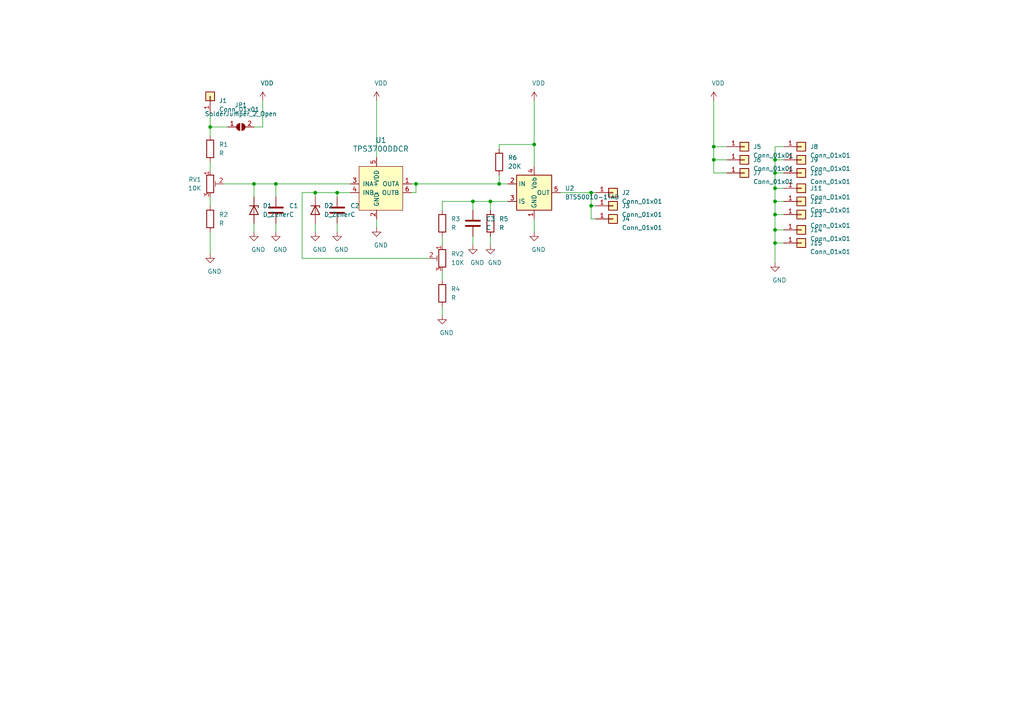
<source format=kicad_sch>
(kicad_sch (version 20210126) (generator eeschema)
  (paper "A4")
  (lib_symbols
    (symbol "Connector_Generic:Conn_01x01" (pin_names (offset 1.016) hide)
      (property "Reference" "J" (at 0 2.54 0))
      (property "Value" "Conn_01x01" (at 0 -2.54 0))
      (symbol "Conn_01x01_1_1"
        (rectangle (start -1.27 0.127) (end 0 -0.127) (stroke (width 0.1524)))
        (rectangle (start -1.27 1.27) (end 1.27 -1.27) (stroke (width 0.254)) (fill (type background)))
        (pin passive line (at -5.08 0 0) (length 3.81) (name "Pin_1") (number "1"))
      )
    )
    (symbol "Device:C" (pin_numbers hide) (pin_names (offset 0.254))
      (property "Reference" "C" (at 0.635 2.54 0))
      (property "Value" "C" (at 0.635 -2.54 0))
      (symbol "C_0_1"
        (polyline (pts (xy -2.032 -0.762) (xy 2.032 -0.762)) (stroke (width 0.508)))
        (polyline (pts (xy -2.032 0.762) (xy 2.032 0.762)) (stroke (width 0.508)))
      )
      (symbol "C_1_1"
        (pin passive line (at 0 3.81 270) (length 2.794) (name "~") (number "1"))
        (pin passive line (at 0 -3.81 90) (length 2.794) (name "~") (number "2"))
      )
    )
    (symbol "Device:D_Zener" (pin_numbers hide) (pin_names (offset 1.016) hide)
      (property "Reference" "D" (at 0 2.54 0))
      (property "Value" "D_Zener" (at 0 -2.54 0))
      (symbol "D_Zener_0_1"
        (polyline (pts (xy 1.27 0) (xy -1.27 0)))
        (polyline (pts (xy -1.27 -1.27) (xy -1.27 1.27) (xy -0.762 1.27)) (stroke (width 0.254)))
        (polyline (pts (xy 1.27 -1.27) (xy 1.27 1.27) (xy -1.27 0) (xy 1.27 -1.27)) (stroke (width 0.254)))
      )
      (symbol "D_Zener_1_1"
        (pin passive line (at -3.81 0 0) (length 2.54) (name "K") (number "1"))
        (pin passive line (at 3.81 0 180) (length 2.54) (name "A") (number "2"))
      )
    )
    (symbol "Device:R" (pin_numbers hide) (pin_names (offset 0))
      (property "Reference" "R" (at 2.032 0 90))
      (property "Value" "R" (at 0 0 90))
      (symbol "R_0_1"
        (rectangle (start -1.016 -2.54) (end 1.016 2.54) (stroke (width 0.254)))
      )
      (symbol "R_1_1"
        (pin passive line (at 0 3.81 270) (length 1.27) (name "~") (number "1"))
        (pin passive line (at 0 -3.81 90) (length 1.27) (name "~") (number "2"))
      )
    )
    (symbol "Device:R_Potentiometer_Trim" (pin_names (offset 1.016) hide)
      (property "Reference" "RV" (at -4.445 0 90))
      (property "Value" "R_Potentiometer_Trim" (at -2.54 0 90))
      (symbol "R_Potentiometer_Trim_0_1"
        (rectangle (start 1.016 2.54) (end -1.016 -2.54) (stroke (width 0.254)))
        (polyline (pts (xy 1.524 0.762) (xy 1.524 -0.762)))
        (polyline (pts (xy 2.54 0) (xy 1.524 0)))
      )
      (symbol "R_Potentiometer_Trim_1_1"
        (pin passive line (at 0 3.81 270) (length 1.27) (name "1") (number "1"))
        (pin passive line (at 3.81 0 180) (length 1.27) (name "2") (number "2"))
        (pin passive line (at 0 -3.81 90) (length 1.27) (name "3") (number "3"))
      )
    )
    (symbol "Jumper:SolderJumper_2_Open" (pin_names (offset 0) hide)
      (property "Reference" "JP" (at 0 2.032 0))
      (property "Value" "SolderJumper_2_Open" (at 0 -2.54 0))
      (symbol "SolderJumper_2_Open_0_1"
        (arc (start -0.254 1.016) (end -0.254 -1.016) (radius (at -0.254 0) (length 1.016) (angles 90.1 -90.1)))
        (arc (start -0.254 1.016) (end -0.254 -1.016) (radius (at -0.254 0) (length 1.016) (angles 90.1 -90.1)) (fill (type outline)))
        (arc (start 0.254 -1.016) (end 0.254 1.016) (radius (at 0.254 0) (length 1.016) (angles -89.9 89.9)))
        (arc (start 0.254 -1.016) (end 0.254 1.016) (radius (at 0.254 0) (length 1.016) (angles -89.9 89.9)) (fill (type outline)))
        (polyline (pts (xy -0.254 1.016) (xy -0.254 -1.016)))
        (polyline (pts (xy 0.254 1.016) (xy 0.254 -1.016)))
      )
      (symbol "SolderJumper_2_Open_1_1"
        (pin passive line (at -3.81 0 0) (length 2.54) (name "A") (number "1"))
        (pin passive line (at 3.81 0 180) (length 2.54) (name "B") (number "2"))
      )
    )
    (symbol "Power_Management:BTS50010-1TAD"
      (property "Reference" "U" (at -5.08 6.35 0))
      (property "Value" "BTS50010-1TAD" (at 8.89 6.35 0))
      (symbol "BTS50010-1TAD_0_1"
        (rectangle (start -5.08 5.08) (end 5.08 -5.08) (stroke (width 0.254)) (fill (type background)))
      )
      (symbol "BTS50010-1TAD_1_1"
        (pin power_in line (at 0 -7.62 90) (length 2.54) (name "GND") (number "1"))
        (pin input line (at -7.62 2.54 0) (length 2.54) (name "IN") (number "2"))
        (pin output line (at -7.62 -2.54 0) (length 2.54) (name "IS") (number "3"))
        (pin power_in line (at 0 7.62 270) (length 2.54) (name "Vbb") (number "4"))
        (pin passive line (at 7.62 0 180) (length 2.54) (name "OUT") (number "5"))
        (pin passive line (at 7.62 0 180) (length 2.54) hide (name "OUT") (number "6"))
        (pin passive line (at 7.62 0 180) (length 2.54) hide (name "OUT") (number "7"))
      )
    )
    (symbol "dk_Linear-Comparators:TPS3700DDCR" (pin_names (offset 1.016))
      (property "Reference" "U" (at -6.35 3.81 0))
      (property "Value" "TPS3700DDCR" (at 0 -12.7 0))
      (symbol "TPS3700DDCR_0_1"
        (rectangle (start -7.62 2.54) (end 5.08 -10.16) (fill (type background)))
      )
      (symbol "TPS3700DDCR_1_1"
        (pin output line (at 7.62 -2.54 180) (length 2.54) (name "OUTA") (number "1"))
        (pin power_in line (at -2.54 -12.7 90) (length 2.54) (name "GND") (number "2"))
        (pin input line (at -10.16 -2.54 0) (length 2.54) (name "INA+") (number "3"))
        (pin input line (at -10.16 -5.08 0) (length 2.54) (name "INB-") (number "4"))
        (pin power_in line (at -2.54 5.08 270) (length 2.54) (name "VDD") (number "5"))
        (pin output line (at 7.62 -5.08 180) (length 2.54) (name "OUTB") (number "6"))
      )
    )
    (symbol "power:GND" (power) (pin_names (offset 0))
      (property "Value" "GND" (at 0 -3.81 0))
      (symbol "GND_0_1"
        (polyline (pts (xy 0 0) (xy 0 -1.27) (xy 1.27 -1.27) (xy 0 -2.54) (xy -1.27 -1.27) (xy 0 -1.27)))
      )
      (symbol "GND_1_1"
        (pin power_in line (at 0 0 270) (length 0) hide (name "GND") (number "1"))
      )
    )
    (symbol "power:VDD" (power) (pin_names (offset 0))
      (property "Value" "VDD" (at 0 3.81 0))
      (symbol "VDD_0_1"
        (polyline (pts (xy -0.762 1.27) (xy 0 2.54)))
        (polyline (pts (xy 0 0) (xy 0 2.54)))
        (polyline (pts (xy 0 2.54) (xy 0.762 1.27)))
      )
      (symbol "VDD_1_1"
        (pin power_in line (at 0 0 90) (length 0) hide (name "VDD") (number "1"))
      )
    )
  )
  (junction (at 60.96 36.83) (diameter 0.9144))
  (junction (at 73.66 53.34) (diameter 0.9144))
  (junction (at 80.01 53.34) (diameter 0.9144))
  (junction (at 91.44 55.88) (diameter 0.9144))
  (junction (at 97.79 55.88) (diameter 0.9144))
  (junction (at 120.65 53.34) (diameter 0.9144))
  (junction (at 137.16 58.42) (diameter 0.9144))
  (junction (at 142.24 58.42) (diameter 0.9144))
  (junction (at 144.78 53.34) (diameter 0.9144))
  (junction (at 154.94 41.91) (diameter 0.9144))
  (junction (at 171.45 55.88) (diameter 0.9144))
  (junction (at 171.45 59.69) (diameter 0.9144))
  (junction (at 207.01 42.545) (diameter 0.9144))
  (junction (at 207.01 46.355) (diameter 0.9144))
  (junction (at 224.79 46.355) (diameter 0.9144))
  (junction (at 224.79 50.165) (diameter 0.9144))
  (junction (at 224.79 54.61) (diameter 0.9144))
  (junction (at 224.79 58.42) (diameter 0.9144))
  (junction (at 224.79 62.23) (diameter 0.9144))
  (junction (at 224.79 66.675) (diameter 0.9144))
  (junction (at 224.79 70.485) (diameter 0.9144))
  (wire (pts (xy 60.96 33.02) (xy 60.96 36.83)))
  (wire (pts (xy 60.96 36.83) (xy 60.96 39.37)))
  (wire (pts (xy 60.96 36.83) (xy 66.04 36.83)))
  (wire (pts (xy 60.96 46.99) (xy 60.96 49.53)))
  (wire (pts (xy 60.96 57.15) (xy 60.96 59.69)))
  (wire (pts (xy 60.96 67.31) (xy 60.96 73.66)))
  (wire (pts (xy 64.77 53.34) (xy 73.66 53.34)))
  (wire (pts (xy 73.66 53.34) (xy 73.66 57.15)))
  (wire (pts (xy 73.66 64.77) (xy 73.66 67.31)))
  (wire (pts (xy 76.2 29.21) (xy 76.2 36.83)))
  (wire (pts (xy 76.2 36.83) (xy 73.66 36.83)))
  (wire (pts (xy 80.01 53.34) (xy 73.66 53.34)))
  (wire (pts (xy 80.01 53.34) (xy 80.01 57.15)))
  (wire (pts (xy 80.01 53.34) (xy 101.6 53.34)))
  (wire (pts (xy 80.01 64.77) (xy 80.01 67.31)))
  (wire (pts (xy 87.63 55.88) (xy 87.63 74.93)))
  (wire (pts (xy 87.63 74.93) (xy 124.46 74.93)))
  (wire (pts (xy 91.44 55.88) (xy 87.63 55.88)))
  (wire (pts (xy 91.44 55.88) (xy 91.44 57.15)))
  (wire (pts (xy 91.44 64.77) (xy 91.44 67.31)))
  (wire (pts (xy 97.79 55.88) (xy 91.44 55.88)))
  (wire (pts (xy 97.79 55.88) (xy 97.79 57.15)))
  (wire (pts (xy 97.79 64.77) (xy 97.79 67.31)))
  (wire (pts (xy 101.6 55.88) (xy 97.79 55.88)))
  (wire (pts (xy 109.22 29.21) (xy 109.22 45.72)))
  (wire (pts (xy 109.22 63.5) (xy 109.22 66.04)))
  (wire (pts (xy 119.38 53.34) (xy 120.65 53.34)))
  (wire (pts (xy 119.38 55.88) (xy 120.65 55.88)))
  (wire (pts (xy 120.65 53.34) (xy 144.78 53.34)))
  (wire (pts (xy 120.65 55.88) (xy 120.65 53.34)))
  (wire (pts (xy 128.27 58.42) (xy 137.16 58.42)))
  (wire (pts (xy 128.27 60.96) (xy 128.27 58.42)))
  (wire (pts (xy 128.27 68.58) (xy 128.27 71.12)))
  (wire (pts (xy 128.27 78.74) (xy 128.27 81.28)))
  (wire (pts (xy 128.27 88.9) (xy 128.27 91.44)))
  (wire (pts (xy 137.16 60.96) (xy 137.16 58.42)))
  (wire (pts (xy 137.16 68.58) (xy 137.16 71.12)))
  (wire (pts (xy 142.24 58.42) (xy 137.16 58.42)))
  (wire (pts (xy 142.24 58.42) (xy 142.24 60.96)))
  (wire (pts (xy 142.24 68.58) (xy 142.24 71.12)))
  (wire (pts (xy 144.78 41.91) (xy 154.94 41.91)))
  (wire (pts (xy 144.78 43.18) (xy 144.78 41.91)))
  (wire (pts (xy 144.78 53.34) (xy 144.78 50.8)))
  (wire (pts (xy 147.32 53.34) (xy 144.78 53.34)))
  (wire (pts (xy 147.32 58.42) (xy 142.24 58.42)))
  (wire (pts (xy 154.94 29.21) (xy 154.94 41.91)))
  (wire (pts (xy 154.94 41.91) (xy 154.94 48.26)))
  (wire (pts (xy 154.94 63.5) (xy 154.94 67.31)))
  (wire (pts (xy 162.56 55.88) (xy 171.45 55.88)))
  (wire (pts (xy 171.45 55.88) (xy 172.72 55.88)))
  (wire (pts (xy 171.45 59.69) (xy 171.45 55.88)))
  (wire (pts (xy 171.45 63.5) (xy 171.45 59.69)))
  (wire (pts (xy 172.72 59.69) (xy 171.45 59.69)))
  (wire (pts (xy 172.72 63.5) (xy 171.45 63.5)))
  (wire (pts (xy 207.01 29.21) (xy 207.01 42.545)))
  (wire (pts (xy 207.01 42.545) (xy 210.82 42.545)))
  (wire (pts (xy 207.01 46.355) (xy 207.01 42.545)))
  (wire (pts (xy 207.01 46.355) (xy 207.01 50.165)))
  (wire (pts (xy 210.82 46.355) (xy 207.01 46.355)))
  (wire (pts (xy 210.82 50.165) (xy 207.01 50.165)))
  (wire (pts (xy 224.79 42.545) (xy 224.79 46.355)))
  (wire (pts (xy 224.79 46.355) (xy 227.33 46.355)))
  (wire (pts (xy 224.79 50.165) (xy 224.79 46.355)))
  (wire (pts (xy 224.79 50.165) (xy 224.79 54.61)))
  (wire (pts (xy 224.79 50.165) (xy 227.33 50.165)))
  (wire (pts (xy 224.79 54.61) (xy 224.79 58.42)))
  (wire (pts (xy 224.79 58.42) (xy 224.79 62.23)))
  (wire (pts (xy 224.79 62.23) (xy 224.79 66.675)))
  (wire (pts (xy 224.79 66.675) (xy 224.79 70.485)))
  (wire (pts (xy 224.79 70.485) (xy 224.79 76.2)))
  (wire (pts (xy 224.79 70.485) (xy 227.33 70.485)))
  (wire (pts (xy 227.33 42.545) (xy 224.79 42.545)))
  (wire (pts (xy 227.33 54.61) (xy 224.79 54.61)))
  (wire (pts (xy 227.33 58.42) (xy 224.79 58.42)))
  (wire (pts (xy 227.33 62.23) (xy 224.79 62.23)))
  (wire (pts (xy 227.33 66.675) (xy 224.79 66.675)))
  (symbol (lib_id "power:VDD") (at 76.2 29.21 0) (unit 1)
    (property "Reference" "#PWR03" (effects hide))
    (property "Value" "VDD" (at 77.47 24.13 0))
  )
  (symbol (lib_id "power:VDD") (at 109.22 29.21 0) (unit 1)
    (property "Reference" "#PWR07" (effects hide))
    (property "Value" "VDD" (at 110.49 24.13 0))
  )
  (symbol (lib_id "power:VDD") (at 154.94 29.21 0) (unit 1)
    (property "Reference" "#PWR012" (effects hide))
    (property "Value" "VDD" (at 156.21 24.13 0))
  )
  (symbol (lib_id "power:VDD") (at 207.01 29.21 0) (unit 1)
    (property "Reference" "#PWR014" (effects hide))
    (property "Value" "VDD" (at 208.28 24.13 0))
  )
  (symbol (lib_id "power:GND") (at 60.96 73.66 0) (unit 1)
    (property "Reference" "#PWR01" (effects hide))
    (property "Value" "GND" (at 62.23 78.74 0))
  )
  (symbol (lib_id "power:GND") (at 73.66 67.31 0) (unit 1)
    (property "Reference" "#PWR02" (effects hide))
    (property "Value" "GND" (at 74.93 72.39 0))
  )
  (symbol (lib_id "power:GND") (at 80.01 67.31 0) (unit 1)
    (property "Reference" "#PWR04" (effects hide))
    (property "Value" "GND" (at 81.28 72.39 0))
  )
  (symbol (lib_id "power:GND") (at 91.44 67.31 0) (unit 1)
    (property "Reference" "#PWR05" (effects hide))
    (property "Value" "GND" (at 92.71 72.39 0))
  )
  (symbol (lib_id "power:GND") (at 97.79 67.31 0) (unit 1)
    (property "Reference" "#PWR06" (effects hide))
    (property "Value" "GND" (at 99.06 72.39 0))
  )
  (symbol (lib_id "power:GND") (at 109.22 66.04 0) (unit 1)
    (property "Reference" "#PWR08" (effects hide))
    (property "Value" "GND" (at 110.49 71.12 0))
  )
  (symbol (lib_id "power:GND") (at 128.27 91.44 0) (unit 1)
    (property "Reference" "#PWR09" (effects hide))
    (property "Value" "GND" (at 129.54 96.52 0))
  )
  (symbol (lib_id "power:GND") (at 137.16 71.12 0) (unit 1)
    (property "Reference" "#PWR010" (effects hide))
    (property "Value" "GND" (at 138.43 76.2 0))
  )
  (symbol (lib_id "power:GND") (at 142.24 71.12 0) (unit 1)
    (property "Reference" "#PWR011" (effects hide))
    (property "Value" "GND" (at 143.51 76.2 0))
  )
  (symbol (lib_id "power:GND") (at 154.94 67.31 0) (unit 1)
    (property "Reference" "#PWR013" (effects hide))
    (property "Value" "GND" (at 156.21 72.39 0))
  )
  (symbol (lib_id "power:GND") (at 224.79 76.2 0) (unit 1)
    (property "Reference" "#PWR015" (effects hide))
    (property "Value" "GND" (at 226.06 81.28 0))
  )
  (symbol (lib_id "Device:R") (at 60.96 43.18 0) (unit 1)
    (property "Reference" "R1" (at 63.5 41.91 0) (effects (justify left)))
    (property "Value" "R" (at 63.5 44.45 0) (effects (justify left)))
    (property "Footprint" "Resistor_SMD:R_0805_2012Metric_Pad1.20x1.40mm_HandSolder" (effects hide))
  )
  (symbol (lib_id "Device:R") (at 60.96 63.5 0) (unit 1)
    (property "Reference" "R2" (at 63.5 62.23 0) (effects (justify left)))
    (property "Value" "R" (at 63.5 64.77 0) (effects (justify left)))
    (property "Footprint" "Resistor_SMD:R_0805_2012Metric_Pad1.20x1.40mm_HandSolder" (effects hide))
  )
  (symbol (lib_id "Device:R") (at 128.27 64.77 0) (unit 1)
    (property "Reference" "R3" (at 130.81 63.5 0) (effects (justify left)))
    (property "Value" "R" (at 130.81 66.04 0) (effects (justify left)))
    (property "Footprint" "Resistor_SMD:R_0805_2012Metric_Pad1.20x1.40mm_HandSolder" (effects hide))
  )
  (symbol (lib_id "Device:R") (at 128.27 85.09 0) (unit 1)
    (property "Reference" "R4" (at 130.81 83.82 0) (effects (justify left)))
    (property "Value" "R" (at 130.81 86.36 0) (effects (justify left)))
    (property "Footprint" "Resistor_SMD:R_0805_2012Metric_Pad1.20x1.40mm_HandSolder" (effects hide))
  )
  (symbol (lib_id "Device:R") (at 142.24 64.77 0) (unit 1)
    (property "Reference" "R5" (at 144.78 63.5 0) (effects (justify left)))
    (property "Value" "R" (at 144.78 66.04 0) (effects (justify left)))
    (property "Footprint" "Resistor_SMD:R_0805_2012Metric_Pad1.20x1.40mm_HandSolder" (effects hide))
  )
  (symbol (lib_id "Device:R") (at 144.78 46.99 0) (unit 1)
    (property "Reference" "R6" (at 147.32 45.72 0) (effects (justify left)))
    (property "Value" "20K" (at 147.32 48.26 0) (effects (justify left)))
    (property "Footprint" "Resistor_SMD:R_0805_2012Metric_Pad1.20x1.40mm_HandSolder" (effects hide))
  )
  (symbol (lib_id "Connector_Generic:Conn_01x01") (at 60.96 27.94 90) (unit 1)
    (property "Reference" "J1" (at 63.5 29.21 90) (effects (justify right)))
    (property "Value" "Conn_01x01" (at 63.5 31.75 90) (effects (justify right)))
    (property "Footprint" "Connector_Wire:SolderWire-2.5sqmm_1x01_D2.4mm_OD4.4mm" (effects hide))
  )
  (symbol (lib_id "Connector_Generic:Conn_01x01") (at 177.8 55.88 0) (unit 1)
    (property "Reference" "J2" (at 180.34 55.88 0) (effects (justify left)))
    (property "Value" "Conn_01x01" (at 180.34 58.42 0) (effects (justify left)))
    (property "Footprint" "Connector_Wire:SolderWire-2.5sqmm_1x01_D2.4mm_OD4.4mm" (effects hide))
  )
  (symbol (lib_id "Connector_Generic:Conn_01x01") (at 177.8 59.69 0) (unit 1)
    (property "Reference" "J3" (at 180.34 59.69 0) (effects (justify left)))
    (property "Value" "Conn_01x01" (at 180.34 62.23 0) (effects (justify left)))
    (property "Footprint" "Connector_Wire:SolderWire-2.5sqmm_1x01_D2.4mm_OD4.4mm" (effects hide))
  )
  (symbol (lib_id "Connector_Generic:Conn_01x01") (at 177.8 63.5 0) (unit 1)
    (property "Reference" "J4" (at 180.34 63.5 0) (effects (justify left)))
    (property "Value" "Conn_01x01" (at 180.34 66.04 0) (effects (justify left)))
    (property "Footprint" "Connector_Wire:SolderWire-2.5sqmm_1x01_D2.4mm_OD4.4mm" (effects hide))
  )
  (symbol (lib_id "Connector_Generic:Conn_01x01") (at 215.9 42.545 0) (unit 1)
    (property "Reference" "J5" (at 218.44 42.545 0) (effects (justify left)))
    (property "Value" "Conn_01x01" (at 218.44 45.085 0) (effects (justify left)))
    (property "Footprint" "Connector_Wire:SolderWire-2.5sqmm_1x01_D2.4mm_OD4.4mm" (effects hide))
  )
  (symbol (lib_id "Connector_Generic:Conn_01x01") (at 215.9 46.355 0) (unit 1)
    (property "Reference" "J6" (at 218.44 46.355 0) (effects (justify left)))
    (property "Value" "Conn_01x01" (at 218.44 48.895 0) (effects (justify left)))
    (property "Footprint" "Connector_Wire:SolderWire-2.5sqmm_1x01_D2.4mm_OD4.4mm" (effects hide))
  )
  (symbol (lib_id "Connector_Generic:Conn_01x01") (at 215.9 50.165 0) (unit 1)
    (property "Reference" "J7" (at 218.44 50.165 0) (effects (justify left)))
    (property "Value" "Conn_01x01" (at 218.44 52.705 0) (effects (justify left)))
    (property "Footprint" "Connector_Wire:SolderWire-2.5sqmm_1x01_D2.4mm_OD4.4mm" (effects hide))
  )
  (symbol (lib_id "Connector_Generic:Conn_01x01") (at 232.41 42.545 0) (unit 1)
    (property "Reference" "J8" (at 234.95 42.545 0) (effects (justify left)))
    (property "Value" "Conn_01x01" (at 234.95 45.085 0) (effects (justify left)))
    (property "Footprint" "Connector_Wire:SolderWire-2.5sqmm_1x01_D2.4mm_OD4.4mm" (effects hide))
  )
  (symbol (lib_id "Connector_Generic:Conn_01x01") (at 232.41 46.355 0) (unit 1)
    (property "Reference" "J9" (at 234.95 46.355 0) (effects (justify left)))
    (property "Value" "Conn_01x01" (at 234.95 48.895 0) (effects (justify left)))
    (property "Footprint" "Connector_Wire:SolderWire-2.5sqmm_1x01_D2.4mm_OD4.4mm" (effects hide))
  )
  (symbol (lib_id "Connector_Generic:Conn_01x01") (at 232.41 50.165 0) (unit 1)
    (property "Reference" "J10" (at 234.95 50.165 0) (effects (justify left)))
    (property "Value" "Conn_01x01" (at 234.95 52.705 0) (effects (justify left)))
    (property "Footprint" "Connector_Wire:SolderWire-2.5sqmm_1x01_D2.4mm_OD4.4mm" (effects hide))
  )
  (symbol (lib_id "Connector_Generic:Conn_01x01") (at 232.41 54.61 0) (unit 1)
    (property "Reference" "J11" (at 234.95 54.61 0) (effects (justify left)))
    (property "Value" "Conn_01x01" (at 234.95 57.15 0) (effects (justify left)))
    (property "Footprint" "Connector_Wire:SolderWire-2.5sqmm_1x01_D2.4mm_OD4.4mm" (effects hide))
  )
  (symbol (lib_id "Connector_Generic:Conn_01x01") (at 232.41 58.42 0) (unit 1)
    (property "Reference" "J12" (at 234.95 58.42 0) (effects (justify left)))
    (property "Value" "Conn_01x01" (at 234.95 60.96 0) (effects (justify left)))
    (property "Footprint" "Connector_Wire:SolderWire-2.5sqmm_1x01_D2.4mm_OD4.4mm" (effects hide))
  )
  (symbol (lib_id "Connector_Generic:Conn_01x01") (at 232.41 62.23 0) (unit 1)
    (property "Reference" "J13" (at 234.95 62.23 0) (effects (justify left)))
    (property "Value" "Conn_01x01" (at 234.95 65.405 0) (effects (justify left)))
    (property "Footprint" "Connector_Wire:SolderWire-2.5sqmm_1x01_D2.4mm_OD4.4mm" (effects hide))
  )
  (symbol (lib_id "Connector_Generic:Conn_01x01") (at 232.41 66.675 0) (unit 1)
    (property "Reference" "J14" (at 234.95 66.675 0) (effects (justify left)))
    (property "Value" "Conn_01x01" (at 234.95 69.215 0) (effects (justify left)))
    (property "Footprint" "Connector_Wire:SolderWire-2.5sqmm_1x01_D2.4mm_OD4.4mm" (effects hide))
  )
  (symbol (lib_id "Connector_Generic:Conn_01x01") (at 232.41 70.485 0) (unit 1)
    (property "Reference" "J15" (at 234.95 70.485 0) (effects (justify left)))
    (property "Value" "Conn_01x01" (at 234.95 73.025 0) (effects (justify left)))
    (property "Footprint" "Connector_Wire:SolderWire-2.5sqmm_1x01_D2.4mm_OD4.4mm" (effects hide))
  )
  (symbol (lib_id "Jumper:SolderJumper_2_Open") (at 69.85 36.83 0) (unit 1)
    (property "Reference" "JP1" (at 69.85 30.48 0))
    (property "Value" "SolderJumper_2_Open" (at 69.85 33.02 0))
    (property "Footprint" "Jumper:SolderJumper-2_P1.3mm_Open_Pad1.0x1.5mm" (effects hide))
  )
  (symbol (lib_id "Device:D_Zener") (at 73.66 60.96 270) (unit 1)
    (property "Reference" "D1" (at 76.2 59.69 90) (effects (justify left)))
    (property "Value" "D_Zener" (at 76.2 62.23 90) (effects (justify left)))
    (property "Footprint" "Diode_SMD:D_1206_3216Metric_Pad1.42x1.75mm_HandSolder" (effects hide))
  )
  (symbol (lib_id "Device:D_Zener") (at 91.44 60.96 270) (unit 1)
    (property "Reference" "D2" (at 93.98 59.69 90) (effects (justify left)))
    (property "Value" "D_Zener" (at 93.98 62.23 90) (effects (justify left)))
    (property "Footprint" "Diode_SMD:D_1206_3216Metric_Pad1.42x1.75mm_HandSolder" (effects hide))
  )
  (symbol (lib_id "Device:C") (at 80.01 60.96 0) (unit 1)
    (property "Reference" "C1" (at 83.82 59.69 0) (effects (justify left)))
    (property "Value" "C" (at 83.82 62.23 0) (effects (justify left)))
    (property "Footprint" "Capacitor_SMD:C_0805_2012Metric_Pad1.18x1.45mm_HandSolder" (effects hide))
  )
  (symbol (lib_id "Device:C") (at 97.79 60.96 0) (unit 1)
    (property "Reference" "C2" (at 101.6 59.69 0) (effects (justify left)))
    (property "Value" "C" (at 101.6 62.23 0) (effects (justify left)))
    (property "Footprint" "Capacitor_SMD:C_0805_2012Metric_Pad1.18x1.45mm_HandSolder" (effects hide))
  )
  (symbol (lib_id "Device:C") (at 137.16 64.77 0) (unit 1)
    (property "Reference" "C3" (at 140.97 63.5 0) (effects (justify left)))
    (property "Value" "C" (at 140.97 66.04 0) (effects (justify left)))
    (property "Footprint" "Capacitor_SMD:C_0805_2012Metric_Pad1.18x1.45mm_HandSolder" (effects hide))
  )
  (symbol (lib_id "Device:R_Potentiometer_Trim") (at 60.96 53.34 0) (unit 1)
    (property "Reference" "RV1" (at 58.42 52.07 0) (effects (justify right)))
    (property "Value" "10K" (at 58.42 54.61 0) (effects (justify right)))
    (property "Footprint" "Potentiometer_SMD:Potentiometer_Bourns_3224W_Vertical" (effects hide))
  )
  (symbol (lib_id "Device:R_Potentiometer_Trim") (at 128.27 74.93 0) (mirror y) (unit 1)
    (property "Reference" "RV2" (at 130.81 73.66 0) (effects (justify right)))
    (property "Value" "10K" (at 130.81 76.2 0) (effects (justify right)))
    (property "Footprint" "Potentiometer_SMD:Potentiometer_Bourns_3224W_Vertical" (effects hide))
  )
  (symbol (lib_id "Power_Management:BTS50010-1TAD") (at 154.94 55.88 0) (unit 1)
    (property "Reference" "U2" (at 163.83 54.61 0) (effects (justify left)))
    (property "Value" "BTS50010-1TAD" (at 163.83 57.15 0) (effects (justify left)))
    (property "Footprint" "Package_TO_SOT_SMD:TO-263-7_TabPin4" (effects hide))
    (property "Datasheet" "https://www.infineon.com/dgdl/Infineon-BTS50010-1TAD-DS-v01_00-EN.pdf?fileId=5546d462576f34750157c38810ca55cd" (effects hide))
  )
  (symbol (lib_id "dk_Linear-Comparators:TPS3700DDCR") (at 111.76 50.8 0) (unit 1)
    (property "Reference" "U1" (at 110.49 40.64 0) (effects (font (size 1.524 1.524))))
    (property "Value" "TPS3700DDCR" (at 110.49 43.18 0) (effects (font (size 1.524 1.524))))
    (property "Footprint" "digikey-footprints:SOT-23-6" (effects hide))
    (property "Datasheet" "http://www.ti.com/general/docs/suppproductinfo.tsp?distId=10&gotoUrl=http%3A%2F%2Fwww.ti.com%2Flit%2Fgpn%2Ftps3700" (effects hide))
    (property "Digi-Key_PN" "296-30395-1-ND" (effects hide))
    (property "MPN" "TPS3700DDCR" (effects hide))
    (property "Category" "Integrated Circuits (ICs)" (effects hide))
    (property "Family" "Linear - Comparators" (effects hide))
    (property "DK_Datasheet_Link" "http://www.ti.com/general/docs/suppproductinfo.tsp?distId=10&gotoUrl=http%3A%2F%2Fwww.ti.com%2Flit%2Fgpn%2Ftps3700" (effects hide))
    (property "DK_Detail_Page" "/product-detail/en/texas-instruments/TPS3700DDCR/296-30395-1-ND/3250123" (effects hide))
    (property "Description" "IC COMP WINDOW W/REF 6SOT" (effects hide))
    (property "Manufacturer" "Texas Instruments" (effects hide))
    (property "Status" "Active" (effects hide))
  )
)
</source>
